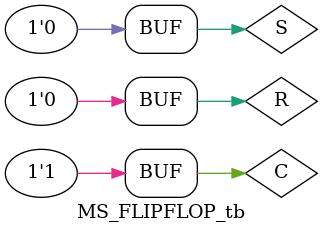
<source format=v>
`timescale 1ns / 1ps


module MS_FLIPFLOP_tb();
    reg C;
    reg R;
    reg S;
    wire Q;
    wire Qbar;
    
    MS_FLIPFLOP UUT(.C(C), .R(R), .S(S), .Q(Q), .Qbar(Qbar));
    
    initial begin 
        R=1; S=1; #50;
        R=1; S=0; #50;
        R=0; S=1; #50;
        R=0; S=0; #50;
        R=1; S=1; #50;
        R=1; S=0; #50;
        R=0; S=1; #50;
        R=0; S=0; #50;
    end
    initial begin 
        C=0;#200;
        C=1;#200;
    end
endmodule

</source>
